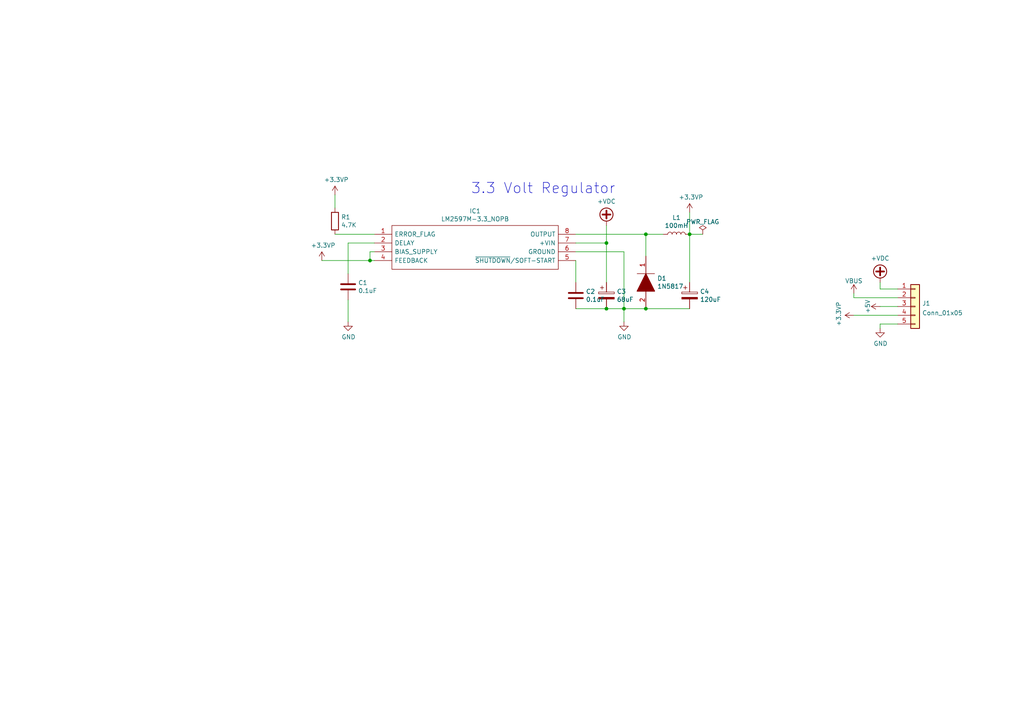
<source format=kicad_sch>
(kicad_sch (version 20211123) (generator eeschema)
  (paper "A4")
  (lib_symbols
    (symbol "Connector_Generic:Conn_01x05" (pin_names (offset 1.016) hide)
      (property "Reference" "J" (at 0 7.62 0))
      (property "Value" "Conn_01x05" (at 0 -7.62 0))
      (symbol "Conn_01x05_1_1"
        (rectangle (start -1.27 -4.953) (end 0 -5.207) (stroke (width 0.1524)))
        (rectangle (start -1.27 -2.413) (end 0 -2.667) (stroke (width 0.1524)))
        (rectangle (start -1.27 0.127) (end 0 -0.127) (stroke (width 0.1524)))
        (rectangle (start -1.27 2.667) (end 0 2.413) (stroke (width 0.1524)))
        (rectangle (start -1.27 5.207) (end 0 4.953) (stroke (width 0.1524)))
        (rectangle (start -1.27 6.35) (end 1.27 -6.35) (stroke (width 0.254)) (fill (type background)))
        (pin passive line (at -5.08 5.08 0) (length 3.81) (name "Pin_1") (number "1"))
        (pin passive line (at -5.08 2.54 0) (length 3.81) (name "Pin_2") (number "2"))
        (pin passive line (at -5.08 0 0) (length 3.81) (name "Pin_3") (number "3"))
        (pin passive line (at -5.08 -2.54 0) (length 3.81) (name "Pin_4") (number "4"))
        (pin passive line (at -5.08 -5.08 0) (length 3.81) (name "Pin_5") (number "5"))
      )
    )
    (symbol "Device:C" (pin_numbers hide) (pin_names (offset 0.254))
      (property "Reference" "C" (at 0.635 2.54 0))
      (property "Value" "C" (at 0.635 -2.54 0))
      (symbol "C_0_1"
        (polyline (pts (xy -2.032 -0.762) (xy 2.032 -0.762)) (stroke (width 0.508)))
        (polyline (pts (xy -2.032 0.762) (xy 2.032 0.762)) (stroke (width 0.508)))
      )
      (symbol "C_1_1"
        (pin passive line (at 0 3.81 270) (length 2.794) (name "~") (number "1"))
        (pin passive line (at 0 -3.81 90) (length 2.794) (name "~") (number "2"))
      )
    )
    (symbol "Device:CP" (pin_numbers hide) (pin_names (offset 0.254))
      (property "Reference" "C" (at 0.635 2.54 0))
      (property "Value" "Device_CP" (at 0.635 -2.54 0))
      (symbol "CP_0_1"
        (rectangle (start -2.286 0.508) (end 2.286 1.016))
        (polyline (pts (xy -1.778 2.286) (xy -0.762 2.286)))
        (polyline (pts (xy -1.27 2.794) (xy -1.27 1.778)))
        (rectangle (start 2.286 -0.508) (end -2.286 -1.016) (fill (type outline)))
      )
      (symbol "CP_1_1"
        (pin passive line (at 0 3.81 270) (length 2.794) (name "~") (number "1"))
        (pin passive line (at 0 -3.81 90) (length 2.794) (name "~") (number "2"))
      )
    )
    (symbol "Device:L" (pin_numbers hide) (pin_names (offset 1.016) hide)
      (property "Reference" "L" (at -1.27 0 90))
      (property "Value" "L" (at 1.905 0 90))
      (symbol "L_0_1"
        (arc (start 0 -2.54) (mid 0.635 -1.905) (end 0 -1.27))
        (arc (start 0 -1.27) (mid 0.635 -0.635) (end 0 0))
        (arc (start 0 0) (mid 0.635 0.635) (end 0 1.27))
        (arc (start 0 1.27) (mid 0.635 1.905) (end 0 2.54))
      )
      (symbol "L_1_1"
        (pin passive line (at 0 3.81 270) (length 1.27) (name "1") (number "1"))
        (pin passive line (at 0 -3.81 90) (length 1.27) (name "2") (number "2"))
      )
    )
    (symbol "Device:R" (pin_numbers hide) (pin_names (offset 0))
      (property "Reference" "R" (at 2.032 0 90))
      (property "Value" "R" (at 0 0 90))
      (symbol "R_0_1"
        (rectangle (start -1.016 -2.54) (end 1.016 2.54) (stroke (width 0.254)))
      )
      (symbol "R_1_1"
        (pin passive line (at 0 3.81 270) (length 1.27) (name "~") (number "1"))
        (pin passive line (at 0 -3.81 90) (length 1.27) (name "~") (number "2"))
      )
    )
    (symbol "SamacSys_Parts:1N5817" (pin_names (offset 0.762))
      (property "Reference" "D" (at 11.43 5.08 0))
      (property "Value" "SamacSys_Parts_1N5817" (at 11.43 2.54 0))
      (symbol "1N5817_0_0"
        (pin passive line (at 0 0 0) (length 5.08) (name "~") (number "1"))
        (pin passive line (at 15.24 0 180) (length 5.08) (name "~") (number "2"))
      )
      (symbol "1N5817_0_1"
        (polyline (pts (xy 5.08 2.54) (xy 5.08 -2.54)) (stroke (width 0.1524)))
        (polyline (pts (xy 5.08 0) (xy 10.16 2.54) (xy 10.16 -2.54) (xy 5.08 0)) (stroke (width 0.254)) (fill (type outline)))
      )
    )
    (symbol "SamacSys_Parts:LM2597M-3.3_NOPB" (pin_names (offset 0.762))
      (property "Reference" "IC" (at 54.61 7.62 0))
      (property "Value" "SamacSys_Parts_LM2597M-3.3_NOPB" (at 54.61 5.08 0))
      (symbol "LM2597M-3.3_NOPB_0_0"
        (pin passive line (at 0 0 0) (length 5.08) (name "ERROR_FLAG") (number "1"))
        (pin passive line (at 0 -2.54 0) (length 5.08) (name "DELAY") (number "2"))
        (pin passive line (at 0 -5.08 0) (length 5.08) (name "BIAS_SUPPLY") (number "3"))
        (pin passive line (at 0 -7.62 0) (length 5.08) (name "FEEDBACK") (number "4"))
        (pin passive line (at 58.42 -7.62 180) (length 5.08) (name "~{SHUTDOWN}/SOFT-START") (number "5"))
        (pin passive line (at 58.42 -5.08 180) (length 5.08) (name "GROUND") (number "6"))
        (pin passive line (at 58.42 -2.54 180) (length 5.08) (name "+VIN") (number "7"))
        (pin passive line (at 58.42 0 180) (length 5.08) (name "OUTPUT") (number "8"))
      )
      (symbol "LM2597M-3.3_NOPB_0_1"
        (polyline (pts (xy 5.08 2.54) (xy 53.34 2.54) (xy 53.34 -10.16) (xy 5.08 -10.16) (xy 5.08 2.54)) (stroke (width 0.1524)))
      )
    )
    (symbol "power:+3.3VP" (power) (pin_names (offset 0))
      (property "Value" "+3.3VP" (at 0 2.54 0))
      (symbol "+3.3VP_0_0"
        (pin power_in line (at 0 0 90) (length 0) hide (name "+3.3VP") (number "1"))
      )
      (symbol "+3.3VP_0_1"
        (polyline (pts (xy -0.762 1.27) (xy 0 2.54)))
        (polyline (pts (xy 0 0) (xy 0 2.54)))
        (polyline (pts (xy 0 2.54) (xy 0.762 1.27)))
      )
    )
    (symbol "power:+5V" (power) (pin_names (offset 0))
      (property "Value" "+5V" (at 0 3.556 0))
      (symbol "+5V_0_1"
        (polyline (pts (xy -0.762 1.27) (xy 0 2.54)))
        (polyline (pts (xy 0 0) (xy 0 2.54)))
        (polyline (pts (xy 0 2.54) (xy 0.762 1.27)))
      )
      (symbol "+5V_1_1"
        (pin power_in line (at 0 0 90) (length 0) hide (name "+5V") (number "1"))
      )
    )
    (symbol "power:+VDC" (power) (pin_names (offset 0))
      (property "Value" "+VDC" (at 0 6.35 0))
      (symbol "+VDC_0_1"
        (polyline (pts (xy -1.143 3.175) (xy 1.143 3.175)) (stroke (width 0.508)))
        (polyline (pts (xy 0 0) (xy 0 1.27)))
        (polyline (pts (xy 0 2.032) (xy 0 4.318)) (stroke (width 0.508)))
        (circle (center 0 3.175) (radius 1.905) (stroke (width 0.254)))
      )
      (symbol "+VDC_1_1"
        (pin power_in line (at 0 0 90) (length 0) hide (name "+VDC") (number "1"))
      )
    )
    (symbol "power:GND" (power) (pin_names (offset 0))
      (property "Value" "GND" (at 0 -3.81 0))
      (symbol "GND_0_1"
        (polyline (pts (xy 0 0) (xy 0 -1.27) (xy 1.27 -1.27) (xy 0 -2.54) (xy -1.27 -1.27) (xy 0 -1.27)))
      )
      (symbol "GND_1_1"
        (pin power_in line (at 0 0 270) (length 0) hide (name "GND") (number "1"))
      )
    )
    (symbol "power:PWR_FLAG" (power) (pin_numbers hide) (pin_names (offset 0) hide)
      (property "Value" "PWR_FLAG" (at 0 3.81 0))
      (symbol "PWR_FLAG_0_0"
        (pin power_out line (at 0 0 90) (length 0) (name "pwr") (number "1"))
      )
      (symbol "PWR_FLAG_0_1"
        (polyline (pts (xy 0 0) (xy 0 1.27) (xy -1.016 1.905) (xy 0 2.54) (xy 1.016 1.905) (xy 0 1.27)))
      )
    )
    (symbol "power:VBUS" (power) (pin_names (offset 0))
      (property "Value" "VBUS" (at 0 3.81 0))
      (symbol "VBUS_0_1"
        (polyline (pts (xy -0.762 1.27) (xy 0 2.54)))
        (polyline (pts (xy 0 0) (xy 0 2.54)))
        (polyline (pts (xy 0 2.54) (xy 0.762 1.27)))
      )
      (symbol "VBUS_1_1"
        (pin power_in line (at 0 0 90) (length 0) hide (name "VBUS") (number "1"))
      )
    )
  )
  (junction (at 107.315 75.565))
  (junction (at 180.975 89.535))
  (junction (at 187.325 89.535))
  (junction (at 175.895 70.485))
  (junction (at 200.025 67.945))
  (junction (at 187.325 67.945))
  (junction (at 175.895 89.535))
  (wire (pts (xy 175.895 89.535) (xy 180.975 89.535)))
  (wire (pts (xy 255.27 88.9) (xy 260.35 88.9)))
  (wire (pts (xy 200.025 67.945) (xy 203.835 67.945)))
  (wire (pts (xy 180.975 93.345) (xy 180.975 89.535)))
  (wire (pts (xy 200.025 67.945) (xy 200.025 61.595)))
  (wire (pts (xy 107.315 73.025) (xy 107.315 75.565)))
  (wire (pts (xy 200.025 89.535) (xy 187.325 89.535)))
  (wire (pts (xy 180.975 73.025) (xy 180.975 89.535)))
  (wire (pts (xy 247.65 91.44) (xy 260.35 91.44)))
  (wire (pts (xy 100.965 93.345) (xy 100.965 86.995)))
  (wire (pts (xy 200.025 81.915) (xy 200.025 67.945)))
  (wire (pts (xy 107.315 75.565) (xy 108.585 75.565)))
  (wire (pts (xy 167.005 67.945) (xy 187.325 67.945)))
  (wire (pts (xy 175.895 70.485) (xy 175.895 81.915)))
  (wire (pts (xy 255.27 93.98) (xy 255.27 95.25)))
  (wire (pts (xy 167.005 70.485) (xy 175.895 70.485)))
  (wire (pts (xy 187.325 74.295) (xy 187.325 67.945)))
  (wire (pts (xy 167.005 89.535) (xy 175.895 89.535)))
  (wire (pts (xy 93.345 75.565) (xy 107.315 75.565)))
  (wire (pts (xy 255.27 83.82) (xy 255.27 81.915)))
  (wire (pts (xy 100.965 70.485) (xy 108.585 70.485)))
  (wire (pts (xy 180.975 89.535) (xy 187.325 89.535)))
  (wire (pts (xy 187.325 67.945) (xy 192.405 67.945)))
  (wire (pts (xy 175.895 70.485) (xy 175.895 65.405)))
  (wire (pts (xy 247.65 86.36) (xy 247.65 85.09)))
  (wire (pts (xy 108.585 67.945) (xy 97.155 67.945)))
  (wire (pts (xy 260.35 86.36) (xy 247.65 86.36)))
  (wire (pts (xy 108.585 73.025) (xy 107.315 73.025)))
  (wire (pts (xy 97.155 60.325) (xy 97.155 56.515)))
  (wire (pts (xy 260.35 83.82) (xy 255.27 83.82)))
  (wire (pts (xy 100.965 79.375) (xy 100.965 70.485)))
  (wire (pts (xy 167.005 73.025) (xy 180.975 73.025)))
  (wire (pts (xy 167.005 81.915) (xy 167.005 75.565)))
  (wire (pts (xy 260.35 93.98) (xy 255.27 93.98)))
  (text "3.3 Volt Regulator" (at 136.525 56.515 0) (effects (font (size 3 3)) (justify left bottom)))
  (symbol (lib_id "power:+3.3VP") (at 247.65 91.44 90) (unit 1)
    (property "Reference" "#PWR08" (effects hide))
    (property "Value" "+3.3VP" (at 243.2558 91.059 0))
  )
  (symbol (lib_id "power:GND") (at 255.27 95.25 0) (unit 1)
    (property "Reference" "#PWR011" (effects hide))
    (property "Value" "GND" (at 255.397 99.6442 0))
  )
  (symbol (lib_id "power:+VDC") (at 255.27 81.915 0) (unit 1)
    (property "Reference" "#PWR09" (effects hide))
    (property "Value" "+VDC" (at 255.27 74.93 0))
  )
  (symbol (lib_id "power:GND") (at 180.975 93.345 0) (unit 1)
    (property "Reference" "#PWR05" (effects hide))
    (property "Value" "GND" (at 181.102 97.7392 0))
  )
  (symbol (lib_id "power:+VDC") (at 175.895 65.405 0) (unit 1)
    (property "Reference" "#PWR04" (effects hide))
    (property "Value" "+VDC" (at 175.895 58.42 0))
  )
  (symbol (lib_id "Device:R") (at 97.155 64.135 0) (unit 1)
    (property "Reference" "R1" (at 98.933 62.9666 0) (effects (justify left)))
    (property "Value" "4.7K" (at 98.933 65.278 0) (effects (justify left)))
    (property "Footprint" "Resistor_THT:R_Axial_DIN0207_L6.3mm_D2.5mm_P2.54mm_Vertical" (effects hide))
  )
  (symbol (lib_id "Device:L") (at 196.215 67.945 90) (unit 1)
    (property "Reference" "L1" (at 196.215 63.119 90))
    (property "Value" "100mH" (at 196.215 65.4304 90))
    (property "Footprint" "Inductor_THT:L_Axial_L9.5mm_D4.0mm_P15.24mm_Horizontal_Fastron_SMCC" (effects hide))
  )
  (symbol (lib_id "power:+3.3VP") (at 97.155 56.515 0) (unit 1)
    (property "Reference" "#PWR02" (effects hide))
    (property "Value" "+3.3VP" (at 97.536 52.1208 0))
  )
  (symbol (lib_id "Device:CP") (at 175.895 85.725 0) (unit 1)
    (property "Reference" "C3" (at 178.8922 84.5566 0) (effects (justify left)))
    (property "Value" "68uF" (at 178.8922 86.868 0) (effects (justify left)))
    (property "Footprint" "Capacitor_THT:CP_Radial_D5.0mm_P2.50mm" (effects hide))
  )
  (symbol (lib_id "Connector_Generic:Conn_01x05") (at 265.43 88.9 0) (unit 1)
    (property "Reference" "J1" (at 267.462 87.9915 0) (effects (justify left)))
    (property "Value" "Conn_01x05" (at 267.462 90.7666 0) (effects (justify left)))
    (property "Footprint" "Connector_PinHeader_2.54mm:PinHeader_1x05_P2.54mm_Vertical" (effects hide))
  )
  (symbol (lib_id "Device:CP") (at 200.025 85.725 0) (unit 1)
    (property "Reference" "C4" (at 203.0222 84.5566 0) (effects (justify left)))
    (property "Value" "120uF" (at 203.0222 86.868 0) (effects (justify left)))
    (property "Footprint" "Capacitor_THT:CP_Radial_D8.0mm_P5.00mm" (effects hide))
  )
  (symbol (lib_id "power:PWR_FLAG") (at 203.835 67.945 0) (unit 1)
    (property "Reference" "#FLG01" (effects hide))
    (property "Value" "PWR_FLAG" (at 203.835 64.3405 0))
  )
  (symbol (lib_id "SamacSys_Parts:1N5817") (at 187.325 74.295 270) (unit 1)
    (property "Reference" "D1" (at 190.627 80.7466 90) (effects (justify left)))
    (property "Value" "1N5817" (at 190.627 83.058 90) (effects (justify left)))
    (property "Footprint" "SamacSys_Parts:DIOAD1414W86L464D238" (effects hide))
    (property "Datasheet" "http://www.st.com/web/en/resource/technical/document/datasheet/CD00001625.pdf" (effects hide))
    (property "Description" "1N5817, Schottky Diode,  1A max, 20V, 2-Pin, DO-41" (effects hide))
    (property "Mouser Part Number" "511-1N5817" (effects hide))
    (property "Mouser Price/Stock" "https://www.mouser.co.uk/ProductDetail/STMicroelectronics/1N5817?qs=JV7lzlMm3yKNnxZdh%252BSMnw%3D%3D" (effects hide))
    (property "Manufacturer_Name" "STMicroelectronics" (effects hide))
    (property "Manufacturer_Part_Number" "1N5817" (effects hide))
  )
  (symbol (lib_id "SamacSys_Parts:LM2597M-3.3_NOPB") (at 108.585 67.945 0) (unit 1)
    (property "Reference" "IC1" (at 137.795 61.214 0))
    (property "Value" "LM2597M-3.3_NOPB" (at 137.795 63.5254 0))
    (property "Footprint" "SamacSys_Parts:SOIC127P600X175-8N" (effects hide))
    (property "Datasheet" "http://www.ti.com/lit/gpn/lm2597" (effects hide))
    (property "Description" "Texas Instruments LM2597M-3.3/NOPB, Step Down DC-DC Converter, 500mA, 8-Pin SOIC" (effects hide))
    (property "Height" "1.75" (effects hide))
    (property "Mouser Part Number" "926-LM2597M-33/NOPB" (effects hide))
    (property "Mouser Price/Stock" "https://www.mouser.com/Search/Refine.aspx?Keyword=926-LM2597M-33%2FNOPB" (effects hide))
    (property "Manufacturer_Name" "Texas Instruments" (effects hide))
    (property "Manufacturer_Part_Number" "LM2597M-3.3/NOPB" (effects hide))
  )
  (symbol (lib_id "power:+5V") (at 255.27 88.9 90) (unit 1)
    (property "Reference" "#PWR010" (effects hide))
    (property "Value" "+5V" (at 251.6655 88.9 0))
  )
  (symbol (lib_id "power:+3.3VP") (at 93.345 75.565 0) (unit 1)
    (property "Reference" "#PWR01" (effects hide))
    (property "Value" "+3.3VP" (at 93.726 71.1708 0))
  )
  (symbol (lib_id "Device:C") (at 100.965 83.185 0) (unit 1)
    (property "Reference" "C1" (at 103.886 82.0166 0) (effects (justify left)))
    (property "Value" "0.1uF" (at 103.886 84.328 0) (effects (justify left)))
    (property "Footprint" "Capacitor_THT:C_Rect_L9.0mm_W3.6mm_P7.50mm_MKT" (effects hide))
  )
  (symbol (lib_id "power:VBUS") (at 247.65 85.09 0) (unit 1)
    (property "Reference" "#PWR07" (effects hide))
    (property "Value" "VBUS" (at 247.65 81.4855 0))
  )
  (symbol (lib_id "Device:C") (at 167.005 85.725 0) (unit 1)
    (property "Reference" "C2" (at 169.926 84.5566 0) (effects (justify left)))
    (property "Value" "0.1uF" (at 169.926 86.868 0) (effects (justify left)))
    (property "Footprint" "Capacitor_THT:C_Rect_L9.0mm_W3.6mm_P7.50mm_MKT" (effects hide))
  )
  (symbol (lib_id "power:GND") (at 100.965 93.345 0) (unit 1)
    (property "Reference" "#PWR03" (effects hide))
    (property "Value" "GND" (at 101.092 97.7392 0))
  )
  (symbol (lib_id "power:+3.3VP") (at 200.025 61.595 0) (unit 1)
    (property "Reference" "#PWR06" (effects hide))
    (property "Value" "+3.3VP" (at 200.406 57.2008 0))
  )
)
</source>
